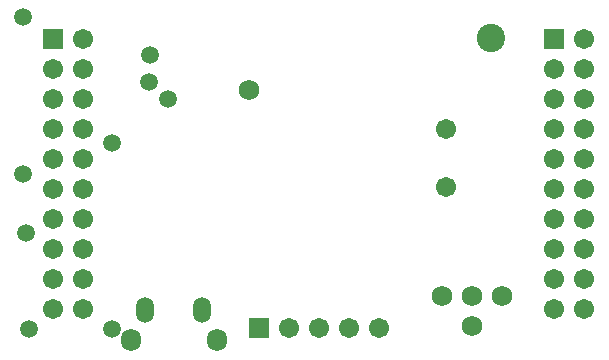
<source format=gbs>
G04*
G04 #@! TF.GenerationSoftware,Altium Limited,Altium Designer,19.0.15 (446)*
G04*
G04 Layer_Color=16711935*
%FSLAX24Y24*%
%MOIN*%
G70*
G01*
G75*
%ADD33R,0.0671X0.0671*%
%ADD35C,0.0592*%
%ADD36C,0.0946*%
%ADD37C,0.0680*%
%ADD38C,0.0671*%
%ADD39R,0.0671X0.0671*%
%ADD40O,0.0671X0.0749*%
%ADD41O,0.0592X0.0867*%
D33*
X8857Y884D02*
D03*
D35*
X3937Y871D02*
D03*
X1163Y850D02*
D03*
X1075Y4073D02*
D03*
X989Y11250D02*
D03*
X5206Y10000D02*
D03*
X3939Y7050D02*
D03*
X989Y6035D02*
D03*
X5800Y8520D02*
D03*
X5189Y9100D02*
D03*
D36*
X16571Y10571D02*
D03*
D37*
X8500Y8824D02*
D03*
X15950Y1950D02*
D03*
Y950D02*
D03*
X16950Y1950D02*
D03*
X14950D02*
D03*
D38*
X18681Y7517D02*
D03*
Y6517D02*
D03*
Y8517D02*
D03*
Y9517D02*
D03*
X19681Y6517D02*
D03*
X19677Y10530D02*
D03*
X19681Y9517D02*
D03*
Y8517D02*
D03*
Y7517D02*
D03*
X18681Y5517D02*
D03*
X19681Y2517D02*
D03*
Y3517D02*
D03*
Y4517D02*
D03*
X19677Y5530D02*
D03*
X19681Y1517D02*
D03*
X18681Y4517D02*
D03*
Y3517D02*
D03*
Y1517D02*
D03*
Y2517D02*
D03*
X1972Y7517D02*
D03*
Y6517D02*
D03*
Y8517D02*
D03*
Y9517D02*
D03*
X2972Y6517D02*
D03*
X2968Y10530D02*
D03*
X2972Y9517D02*
D03*
Y8517D02*
D03*
Y7517D02*
D03*
X1972Y5517D02*
D03*
X2972Y2517D02*
D03*
Y3517D02*
D03*
Y4517D02*
D03*
X2968Y5530D02*
D03*
X2972Y1517D02*
D03*
X1972Y4517D02*
D03*
Y3517D02*
D03*
Y1517D02*
D03*
Y2517D02*
D03*
X15078Y5592D02*
D03*
Y7514D02*
D03*
X11857Y884D02*
D03*
X10857D02*
D03*
X9857Y884D02*
D03*
X12857Y884D02*
D03*
D39*
X18681Y10517D02*
D03*
X1972D02*
D03*
D40*
X7427Y491D02*
D03*
X4573D02*
D03*
D41*
X6955Y1512D02*
D03*
X5045D02*
D03*
M02*

</source>
